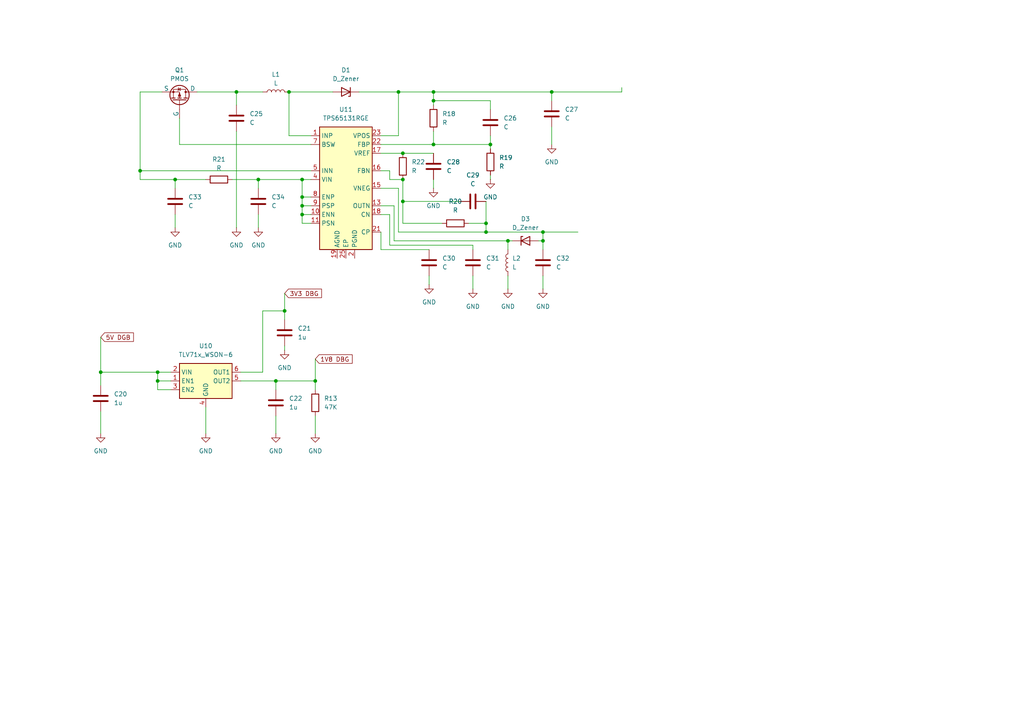
<source format=kicad_sch>
(kicad_sch (version 20250114) (generator "eeschema") (generator_version "9.0")
  (paper "A4")
  (lib_symbols
    (symbol "Device:C" (pin_numbers (hide yes)) (pin_names (offset 0.254))
      (property "Reference" "C" (at 0.635 2.54 0))
      (property "Value" "C" (at 0.635 -2.54 0))
      (symbol "C_0_1"
        (polyline (pts (xy -2.032 0.762) (xy 2.032 0.762)) (stroke (width 0.508)))
        (polyline (pts (xy -2.032 -0.762) (xy 2.032 -0.762)) (stroke (width 0.508)))
      )
      (symbol "C_1_1"
        (pin passive line (at 0 3.81 270) (length 2.794) (name "~") (number "1"))
        (pin passive line (at 0 -3.81 90) (length 2.794) (name "~") (number "2"))
      )
    )
    (symbol "Device:D_Zener" (pin_numbers (hide yes)) (pin_names (offset 1.016) (hide yes))
      (property "Reference" "D" (at 0 2.54 0))
      (property "Value" "D_Zener" (at 0 -2.54 0))
      (symbol "D_Zener_0_1"
        (polyline (pts (xy -1.27 -1.27) (xy -1.27 1.27) (xy -0.762 1.27)) (stroke (width 0.254)))
        (polyline (pts (xy 1.27 0) (xy -1.27 0)))
        (polyline (pts (xy 1.27 -1.27) (xy 1.27 1.27) (xy -1.27 0) (xy 1.27 -1.27)) (stroke (width 0.254)))
      )
      (symbol "D_Zener_1_1"
        (pin passive line (at -3.81 0 0) (length 2.54) (name "K") (number "1"))
        (pin passive line (at 3.81 0 180) (length 2.54) (name "A") (number "2"))
      )
    )
    (symbol "Device:L" (pin_numbers (hide yes)) (pin_names (offset 1.016) (hide yes))
      (property "Reference" "L" (at -1.27 0 90))
      (property "Value" "L" (at 1.905 0 90))
      (symbol "L_0_1"
        (arc (start 0 2.54) (mid 0.6323 1.905) (end 0 1.27))
        (arc (start 0 1.27) (mid 0.6323 0.635) (end 0 0))
        (arc (start 0 0) (mid 0.6323 -0.635) (end 0 -1.27))
        (arc (start 0 -1.27) (mid 0.6323 -1.905) (end 0 -2.54))
      )
      (symbol "L_1_1"
        (pin passive line (at 0 3.81 270) (length 1.27) (name "1") (number "1"))
        (pin passive line (at 0 -3.81 90) (length 1.27) (name "2") (number "2"))
      )
    )
    (symbol "Device:R" (pin_numbers (hide yes)) (pin_names (offset 0))
      (property "Reference" "R" (at 2.032 0 90))
      (property "Value" "R" (at 0 0 90))
      (symbol "R_0_1"
        (rectangle (start -1.016 -2.54) (end 1.016 2.54) (stroke (width 0.254)))
      )
      (symbol "R_1_1"
        (pin passive line (at 0 3.81 270) (length 1.27) (name "~") (number "1"))
        (pin passive line (at 0 -3.81 90) (length 1.27) (name "~") (number "2"))
      )
    )
    (symbol "Regulator_Linear:TLV71x_WSON-6"
      (property "Reference" "U" (at -7.62 10.16 0))
      (property "Value" "TLV71x_WSON-6" (at -7.62 7.62 0))
      (symbol "TLV71x_WSON-6_1_1"
        (rectangle (start -7.62 5.08) (end 7.62 -5.08) (stroke (width 0.254)) (fill (type background)))
        (pin power_in line (at -10.16 2.54 0) (length 2.54) (name "VIN") (number "2"))
        (pin input line (at -10.16 0 0) (length 2.54) (name "EN1") (number "1"))
        (pin input line (at -10.16 -2.54 0) (length 2.54) (name "EN2") (number "3"))
        (pin power_in line (at 0 -7.62 90) (length 2.54) (name "GND") (number "4"))
        (pin power_out line (at 10.16 2.54 180) (length 2.54) (name "OUT1") (number "6"))
        (pin power_out line (at 10.16 0 180) (length 2.54) (name "OUT2") (number "5"))
      )
    )
    (symbol "Regulator_Switching:TPS65131RGE"
      (property "Reference" "U" (at -6.858 21.082 0))
      (property "Value" "TPS65131RGE" (at -1.016 19.05 0))
      (symbol "TPS65131RGE_0_1"
        (rectangle (start -7.62 17.78) (end 7.62 -17.78) (stroke (width 0.254)) (fill (type background)))
      )
      (symbol "TPS65131RGE_1_1"
        (pin input line (at -10.16 15.24 0) (length 2.54) (name "INP") (number "1"))
        (pin input line (at -10.16 15.24 0) (length 2.54) (hide yes) (name "INP") (number "24"))
        (pin output line (at -10.16 12.7 0) (length 2.54) (name "BSW") (number "7"))
        (pin input line (at -10.16 5.08 0) (length 2.54) (name "INN") (number "5"))
        (pin input line (at -10.16 5.08 0) (length 2.54) (hide yes) (name "INN") (number "6"))
        (pin power_in line (at -10.16 2.54 0) (length 2.54) (name "VIN") (number "4"))
        (pin input line (at -10.16 -2.54 0) (length 2.54) (name "ENP") (number "8"))
        (pin input line (at -10.16 -5.08 0) (length 2.54) (name "PSP") (number "9"))
        (pin input line (at -10.16 -7.62 0) (length 2.54) (name "ENN") (number "10"))
        (pin input line (at -10.16 -10.16 0) (length 2.54) (name "PSN") (number "11"))
        (pin no_connect line (at -7.62 10.16 0) (length 2.54) (hide yes) (name "NC") (number "20"))
        (pin no_connect line (at -7.62 7.62 0) (length 2.54) (hide yes) (name "NC") (number "12"))
        (pin power_in line (at -2.54 -20.32 90) (length 2.54) (name "AGND") (number "19"))
        (pin passive line (at 0 -20.32 90) (length 2.54) (name "EP") (number "25"))
        (pin power_in line (at 2.54 -20.32 90) (length 2.54) (name "PGND") (number "2"))
        (pin passive line (at 2.54 -20.32 90) (length 2.54) (hide yes) (name "PGND") (number "3"))
        (pin input line (at 10.16 15.24 180) (length 2.54) (name "VPOS") (number "23"))
        (pin input line (at 10.16 12.7 180) (length 2.54) (name "FBP") (number "22"))
        (pin output line (at 10.16 10.16 180) (length 2.54) (name "VREF") (number "17"))
        (pin input line (at 10.16 5.08 180) (length 2.54) (name "FBN") (number "16"))
        (pin input line (at 10.16 0 180) (length 2.54) (name "VNEG") (number "15"))
        (pin output line (at 10.16 -5.08 180) (length 2.54) (name "OUTN") (number "13"))
        (pin passive line (at 10.16 -5.08 180) (length 2.54) (hide yes) (name "OUTN") (number "14"))
        (pin passive line (at 10.16 -7.62 180) (length 2.54) (name "CN") (number "18"))
        (pin passive line (at 10.16 -12.7 180) (length 2.54) (name "CP") (number "21"))
      )
    )
    (symbol "Simulation_SPICE:PMOS" (pin_numbers (hide yes)) (pin_names (offset 0))
      (property "Reference" "Q" (at 5.08 1.27 0))
      (property "Value" "PMOS" (at 5.08 -1.27 0))
      (symbol "PMOS_0_1"
        (polyline (pts (xy 0.254 1.905) (xy 0.254 -1.905)) (stroke (width 0.254)))
        (polyline (pts (xy 0.254 0) (xy -2.54 0)))
        (polyline (pts (xy 0.762 2.286) (xy 0.762 1.27)) (stroke (width 0.254)))
        (polyline (pts (xy 0.762 1.778) (xy 3.302 1.778) (xy 3.302 -1.778) (xy 0.762 -1.778)))
        (polyline (pts (xy 0.762 0.508) (xy 0.762 -0.508)) (stroke (width 0.254)))
        (polyline (pts (xy 0.762 -1.27) (xy 0.762 -2.286)) (stroke (width 0.254)))
        (circle (center 1.651 0) (radius 2.794) (stroke (width 0.254)))
        (polyline (pts (xy 2.286 0) (xy 1.27 0.381) (xy 1.27 -0.381) (xy 2.286 0)) (fill (type outline)))
        (polyline (pts (xy 2.54 2.54) (xy 2.54 1.778)))
        (circle (center 2.54 1.778) (radius 0.254) (fill (type outline)))
        (circle (center 2.54 -1.778) (radius 0.254) (fill (type outline)))
        (polyline (pts (xy 2.54 -2.54) (xy 2.54 0) (xy 0.762 0)))
        (polyline (pts (xy 2.794 -0.508) (xy 2.921 -0.381) (xy 3.683 -0.381) (xy 3.81 -0.254)))
        (polyline (pts (xy 3.302 -0.381) (xy 2.921 0.254) (xy 3.683 0.254) (xy 3.302 -0.381)))
      )
      (symbol "PMOS_1_1"
        (pin input line (at -5.08 0 0) (length 2.54) (name "G") (number "2"))
        (pin passive line (at 2.54 5.08 270) (length 2.54) (name "D") (number "1"))
        (pin passive line (at 2.54 -5.08 90) (length 2.54) (name "S") (number "3"))
      )
    )
    (symbol "power:GND" (power) (pin_numbers (hide yes)) (pin_names (offset 0) (hide yes))
      (property "Value" "GND" (at 0 -3.81 0))
      (symbol "GND_0_1"
        (polyline (pts (xy 0 0) (xy 0 -1.27) (xy 1.27 -1.27) (xy 0 -2.54) (xy -1.27 -1.27) (xy 0 -1.27)))
      )
      (symbol "GND_1_1"
        (pin power_in line (at 0 0 270) (length 0) (name "~") (number "1"))
      )
    )
  )
  (junction (at 82.55 90.17))
  (junction (at 125.73 29.21))
  (junction (at 87.63 52.07))
  (junction (at 157.48 69.85))
  (junction (at 91.44 110.49))
  (junction (at 147.32 69.85))
  (junction (at 83.82 26.67))
  (junction (at 45.72 110.49))
  (junction (at 45.72 107.95))
  (junction (at 87.63 57.15))
  (junction (at 87.63 59.69))
  (junction (at 87.63 62.23))
  (junction (at 68.58 26.67))
  (junction (at 74.93 52.07))
  (junction (at 140.97 67.31))
  (junction (at 116.84 44.45))
  (junction (at 125.73 26.67))
  (junction (at 29.21 107.95))
  (junction (at 160.02 26.67))
  (junction (at 116.84 52.07))
  (junction (at 157.48 67.31))
  (junction (at 115.57 26.67))
  (junction (at 50.8 52.07))
  (junction (at 140.97 64.77))
  (junction (at 125.73 41.91))
  (junction (at 116.84 58.42))
  (junction (at 142.24 41.91))
  (junction (at 80.01 110.49))
  (junction (at 40.64 49.53))
  (wire (pts (xy 140.97 67.31) (xy 157.48 67.31)))
  (wire (pts (xy 135.89 64.77) (xy 140.97 64.77)))
  (wire (pts (xy 87.63 59.69) (xy 87.63 62.23)))
  (wire (pts (xy 80.01 110.49) (xy 80.01 113.03)))
  (wire (pts (xy 137.16 71.12) (xy 137.16 72.39)))
  (wire (pts (xy 68.58 38.1) (xy 68.58 66.04)))
  (wire (pts (xy 74.93 52.07) (xy 87.63 52.07)))
  (wire (pts (xy 29.21 119.38) (xy 29.21 125.73)))
  (wire (pts (xy 52.07 41.91) (xy 90.17 41.91)))
  (wire (pts (xy 142.24 41.91) (xy 142.24 43.18)))
  (wire (pts (xy 125.73 52.07) (xy 125.73 54.61)))
  (wire (pts (xy 87.63 52.07) (xy 87.63 57.15)))
  (wire (pts (xy 91.44 110.49) (xy 80.01 110.49)))
  (wire (pts (xy 104.14 26.67) (xy 115.57 26.67)))
  (wire (pts (xy 113.03 71.12) (xy 137.16 71.12)))
  (wire (pts (xy 125.73 29.21) (xy 142.24 29.21)))
  (wire (pts (xy 87.63 59.69) (xy 90.17 59.69)))
  (wire (pts (xy 69.85 110.49) (xy 80.01 110.49)))
  (wire (pts (xy 148.59 69.85) (xy 147.32 69.85)))
  (wire (pts (xy 157.48 67.31) (xy 157.48 69.85)))
  (wire (pts (xy 87.63 62.23) (xy 90.17 62.23)))
  (wire (pts (xy 45.72 113.03) (xy 45.72 110.49)))
  (wire (pts (xy 76.2 107.95) (xy 76.2 90.17)))
  (wire (pts (xy 46.99 26.67) (xy 40.64 26.67)))
  (wire (pts (xy 156.21 69.85) (xy 157.48 69.85)))
  (wire (pts (xy 115.57 54.61) (xy 115.57 67.31)))
  (wire (pts (xy 142.24 41.91) (xy 142.24 39.37)))
  (wire (pts (xy 110.49 41.91) (xy 125.73 41.91)))
  (wire (pts (xy 140.97 58.42) (xy 140.97 64.77)))
  (wire (pts (xy 116.84 52.07) (xy 116.84 58.42)))
  (wire (pts (xy 110.49 62.23) (xy 113.03 62.23)))
  (wire (pts (xy 45.72 107.95) (xy 49.53 107.95)))
  (wire (pts (xy 69.85 107.95) (xy 76.2 107.95)))
  (wire (pts (xy 125.73 26.67) (xy 125.73 29.21)))
  (wire (pts (xy 45.72 110.49) (xy 45.72 107.95)))
  (wire (pts (xy 125.73 26.67) (xy 160.02 26.67)))
  (wire (pts (xy 49.53 113.03) (xy 45.72 113.03)))
  (wire (pts (xy 91.44 113.03) (xy 91.44 110.49)))
  (wire (pts (xy 87.63 57.15) (xy 87.63 59.69)))
  (wire (pts (xy 50.8 52.07) (xy 59.69 52.07)))
  (wire (pts (xy 49.53 110.49) (xy 45.72 110.49)))
  (wire (pts (xy 125.73 38.1) (xy 125.73 41.91)))
  (wire (pts (xy 83.82 26.67) (xy 83.82 39.37)))
  (wire (pts (xy 110.49 39.37) (xy 115.57 39.37)))
  (wire (pts (xy 124.46 80.01) (xy 124.46 82.55)))
  (wire (pts (xy 125.73 29.21) (xy 125.73 30.48)))
  (wire (pts (xy 114.3 69.85) (xy 114.3 59.69)))
  (wire (pts (xy 50.8 54.61) (xy 50.8 52.07)))
  (wire (pts (xy 128.27 64.77) (xy 116.84 64.77)))
  (wire (pts (xy 116.84 58.42) (xy 133.35 58.42)))
  (wire (pts (xy 83.82 39.37) (xy 90.17 39.37)))
  (wire (pts (xy 40.64 49.53) (xy 40.64 52.07)))
  (wire (pts (xy 87.63 57.15) (xy 90.17 57.15)))
  (wire (pts (xy 114.3 59.69) (xy 110.49 59.69)))
  (wire (pts (xy 29.21 111.76) (xy 29.21 107.95)))
  (wire (pts (xy 157.48 80.01) (xy 157.48 83.82)))
  (wire (pts (xy 76.2 90.17) (xy 82.55 90.17)))
  (wire (pts (xy 80.01 120.65) (xy 80.01 125.73)))
  (wire (pts (xy 142.24 29.21) (xy 142.24 31.75)))
  (wire (pts (xy 147.32 69.85) (xy 114.3 69.85)))
  (wire (pts (xy 116.84 64.77) (xy 116.84 58.42)))
  (wire (pts (xy 82.55 90.17) (xy 82.55 92.71)))
  (wire (pts (xy 115.57 67.31) (xy 140.97 67.31)))
  (wire (pts (xy 110.49 67.31) (xy 110.49 72.39)))
  (wire (pts (xy 91.44 104.14) (xy 91.44 110.49)))
  (wire (pts (xy 147.32 69.85) (xy 147.32 72.39)))
  (wire (pts (xy 40.64 52.07) (xy 50.8 52.07)))
  (wire (pts (xy 142.24 50.8) (xy 142.24 52.07)))
  (wire (pts (xy 40.64 49.53) (xy 90.17 49.53)))
  (wire (pts (xy 137.16 80.01) (xy 137.16 83.82)))
  (wire (pts (xy 110.49 72.39) (xy 124.46 72.39)))
  (wire (pts (xy 67.31 52.07) (xy 74.93 52.07)))
  (wire (pts (xy 68.58 30.48) (xy 68.58 26.67)))
  (wire (pts (xy 125.73 44.45) (xy 116.84 44.45)))
  (wire (pts (xy 68.58 26.67) (xy 76.2 26.67)))
  (wire (pts (xy 140.97 64.77) (xy 140.97 67.31)))
  (wire (pts (xy 91.44 120.65) (xy 91.44 125.73)))
  (wire (pts (xy 110.49 54.61) (xy 115.57 54.61)))
  (wire (pts (xy 160.02 26.67) (xy 160.02 29.21)))
  (wire (pts (xy 87.63 62.23) (xy 87.63 64.77)))
  (wire (pts (xy 87.63 52.07) (xy 90.17 52.07)))
  (wire (pts (xy 57.15 26.67) (xy 68.58 26.67)))
  (wire (pts (xy 157.48 67.31) (xy 167.64 67.31)))
  (wire (pts (xy 74.93 54.61) (xy 74.93 52.07)))
  (wire (pts (xy 82.55 100.33) (xy 82.55 101.6)))
  (wire (pts (xy 116.84 44.45) (xy 110.49 44.45)))
  (wire (pts (xy 147.32 80.01) (xy 147.32 83.82)))
  (wire (pts (xy 29.21 107.95) (xy 45.72 107.95)))
  (wire (pts (xy 180.34 25.4) (xy 180.34 26.67)))
  (wire (pts (xy 29.21 97.79) (xy 29.21 107.95)))
  (wire (pts (xy 87.63 64.77) (xy 90.17 64.77)))
  (wire (pts (xy 52.07 34.29) (xy 52.07 41.91)))
  (wire (pts (xy 125.73 41.91) (xy 142.24 41.91)))
  (wire (pts (xy 115.57 39.37) (xy 115.57 26.67)))
  (wire (pts (xy 115.57 26.67) (xy 125.73 26.67)))
  (wire (pts (xy 157.48 69.85) (xy 157.48 72.39)))
  (wire (pts (xy 160.02 36.83) (xy 160.02 41.91)))
  (wire (pts (xy 82.55 85.09) (xy 82.55 90.17)))
  (wire (pts (xy 113.03 49.53) (xy 110.49 49.53)))
  (wire (pts (xy 160.02 26.67) (xy 180.34 26.67)))
  (wire (pts (xy 74.93 62.23) (xy 74.93 66.04)))
  (wire (pts (xy 50.8 62.23) (xy 50.8 66.04)))
  (wire (pts (xy 113.03 52.07) (xy 113.03 49.53)))
  (wire (pts (xy 116.84 52.07) (xy 113.03 52.07)))
  (wire (pts (xy 40.64 26.67) (xy 40.64 49.53)))
  (wire (pts (xy 59.69 118.11) (xy 59.69 125.73)))
  (wire (pts (xy 83.82 26.67) (xy 96.52 26.67)))
  (wire (pts (xy 113.03 62.23) (xy 113.03 71.12)))
  (global_label "5V DGB" (shape input) (at 29.21 97.79 0) (property "Intersheetrefs" "${INTERSHEET_REFS}" (effects (hide yes))))
  (global_label "1V8 DBG" (shape input) (at 91.44 104.14 0) (property "Intersheetrefs" "${INTERSHEET_REFS}" (effects (hide yes))))
  (global_label "3V3 DBG" (shape input) (at 82.55 85.09 0) (property "Intersheetrefs" "${INTERSHEET_REFS}" (effects (hide yes))))
  (symbol (lib_id "Simulation_SPICE:PMOS") (at 52.07 29.21 270) (mirror x) (unit 1)
    (property "Reference" "Q1" (at 52.07 20.32 90))
    (property "Value" "PMOS" (at 52.07 22.86 90))
    (property "Datasheet" "https://ngspice.sourceforge.io/docs/ngspice-html-manual/manual.xhtml#cha_MOSFETs" (effects (hide yes)))
    (property "Description" "P-MOSFET transistor, drain/source/gate" (effects (hide yes)))
    (property "Sim.Device" "PMOS" (effects (hide yes)))
    (property "Sim.Type" "VDMOS" (effects (hide yes)))
    (property "Sim.Pins" "1=D 2=G 3=S" (effects (hide yes)))
  )
  (symbol (lib_id "Device:C") (at 142.24 35.56 0) (unit 1)
    (property "Reference" "C26" (at 146.05 34.2899 0) (effects (justify left)))
    (property "Value" "C" (at 146.05 36.8299 0) (effects (justify left)))
    (property "Description" "Unpolarized capacitor" (effects (hide yes)))
  )
  (symbol (lib_id "power:GND") (at 157.48 83.82 0) (unit 1)
    (property "Reference" "#PWR038" (effects (hide yes)))
    (property "Value" "GND" (at 157.48 88.9 0))
    (property "Description" "Power symbol creates a global label with name \"GND\" , ground" (effects (hide yes)))
  )
  (symbol (lib_id "Device:C") (at 82.55 96.52 0) (unit 1)
    (property "Reference" "C21" (at 86.36 95.2499 0) (effects (justify left)))
    (property "Value" "1u" (at 86.36 97.7899 0) (effects (justify left)))
    (property "Description" "Unpolarized capacitor" (effects (hide yes)))
  )
  (symbol (lib_id "power:GND") (at 142.24 52.07 0) (unit 1)
    (property "Reference" "#PWR034" (effects (hide yes)))
    (property "Value" "GND" (at 142.24 57.15 0))
    (property "Description" "Power symbol creates a global label with name \"GND\" , ground" (effects (hide yes)))
  )
  (symbol (lib_id "power:GND") (at 59.69 125.73 0) (unit 1)
    (property "Reference" "#PWR024" (effects (hide yes)))
    (property "Value" "GND" (at 59.69 130.81 0))
    (property "Description" "Power symbol creates a global label with name \"GND\" , ground" (effects (hide yes)))
  )
  (symbol (lib_id "power:GND") (at 137.16 83.82 0) (unit 1)
    (property "Reference" "#PWR036" (effects (hide yes)))
    (property "Value" "GND" (at 137.16 88.9 0))
    (property "Description" "Power symbol creates a global label with name \"GND\" , ground" (effects (hide yes)))
  )
  (symbol (lib_id "Device:C") (at 137.16 76.2 180) (unit 1)
    (property "Reference" "C31" (at 140.97 74.9299 0) (effects (justify right)))
    (property "Value" "C" (at 140.97 77.4699 0) (effects (justify right)))
    (property "Description" "Unpolarized capacitor" (effects (hide yes)))
  )
  (symbol (lib_id "power:GND") (at 82.55 101.6 0) (unit 1)
    (property "Reference" "#PWR021" (effects (hide yes)))
    (property "Value" "GND" (at 82.55 106.68 0))
    (property "Description" "Power symbol creates a global label with name \"GND\" , ground" (effects (hide yes)))
  )
  (symbol (lib_id "Device:R") (at 132.08 64.77 90) (unit 1)
    (property "Reference" "R20" (at 132.08 58.42 90))
    (property "Value" "R" (at 132.08 60.96 90))
    (property "Description" "Resistor" (effects (hide yes)))
  )
  (symbol (lib_id "Device:R") (at 91.44 116.84 0) (unit 1)
    (property "Reference" "R13" (at 93.98 115.5699 0) (effects (justify left)))
    (property "Value" "47K" (at 93.98 118.1099 0) (effects (justify left)))
    (property "Description" "Resistor" (effects (hide yes)))
  )
  (symbol (lib_id "Device:R") (at 125.73 34.29 0) (unit 1)
    (property "Reference" "R18" (at 128.27 33.0199 0) (effects (justify left)))
    (property "Value" "R" (at 128.27 35.5599 0) (effects (justify left)))
    (property "Description" "Resistor" (effects (hide yes)))
  )
  (symbol (lib_id "Device:R") (at 116.84 48.26 0) (unit 1)
    (property "Reference" "R22" (at 119.38 46.9899 0) (effects (justify left)))
    (property "Value" "R" (at 119.38 49.5299 0) (effects (justify left)))
    (property "Description" "Resistor" (effects (hide yes)))
  )
  (symbol (lib_id "power:GND") (at 147.32 83.82 0) (unit 1)
    (property "Reference" "#PWR037" (effects (hide yes)))
    (property "Value" "GND" (at 147.32 88.9 0))
    (property "Description" "Power symbol creates a global label with name \"GND\" , ground" (effects (hide yes)))
  )
  (symbol (lib_id "power:GND") (at 74.93 66.04 0) (unit 1)
    (property "Reference" "#PWR032" (effects (hide yes)))
    (property "Value" "GND" (at 74.93 71.12 0))
    (property "Description" "Power symbol creates a global label with name \"GND\" , ground" (effects (hide yes)))
  )
  (symbol (lib_id "power:GND") (at 80.01 125.73 0) (unit 1)
    (property "Reference" "#PWR022" (effects (hide yes)))
    (property "Value" "GND" (at 80.01 130.81 0))
    (property "Description" "Power symbol creates a global label with name \"GND\" , ground" (effects (hide yes)))
  )
  (symbol (lib_id "Device:R") (at 63.5 52.07 90) (unit 1)
    (property "Reference" "R21" (at 63.5 46.2232 90))
    (property "Value" "R" (at 63.5 48.7632 90))
    (property "Description" "Resistor" (effects (hide yes)))
  )
  (symbol (lib_id "Device:C") (at 50.8 58.42 0) (unit 1)
    (property "Reference" "C33" (at 54.61 57.1499 0) (effects (justify left)))
    (property "Value" "C" (at 54.61 59.6899 0) (effects (justify left)))
    (property "Description" "Unpolarized capacitor" (effects (hide yes)))
  )
  (symbol (lib_id "Regulator_Switching:TPS65131RGE") (at 100.33 54.61 0) (unit 1)
    (property "Reference" "U11" (at 100.33 31.75 0))
    (property "Value" "TPS65131RGE" (at 100.33 34.29 0))
    (property "Footprint" "Package_DFN_QFN:VQFN-24-1EP_4x4mm_P0.5mm_EP2.45x2.45mm_ThermalVias" (effects (hide yes)))
    (property "Datasheet" "http://www.ti.com/lit/ds/symlink/tps65130.pdf" (effects (hide yes)))
    (property "Description" "Split-Rail Converter with Dual, Positive and Negative Outputs (750mA typ, Switch Current Limit 1950mA typ),), 2.7-5.5V, VQFN-24" (effects (hide yes)))
  )
  (symbol (lib_id "Device:R") (at 142.24 46.99 0) (unit 1)
    (property "Reference" "R19" (at 144.78 45.7199 0) (effects (justify left)))
    (property "Value" "R" (at 144.78 48.2599 0) (effects (justify left)))
    (property "Description" "Resistor" (effects (hide yes)))
  )
  (symbol (lib_id "Device:C") (at 137.16 58.42 90) (unit 1)
    (property "Reference" "C29" (at 137.16 50.8 90))
    (property "Value" "C" (at 137.16 53.34 90))
    (property "Description" "Unpolarized capacitor" (effects (hide yes)))
  )
  (symbol (lib_id "Device:C") (at 74.93 58.42 0) (unit 1)
    (property "Reference" "C34" (at 78.74 57.1499 0) (effects (justify left)))
    (property "Value" "C" (at 78.74 59.6899 0) (effects (justify left)))
    (property "Description" "Unpolarized capacitor" (effects (hide yes)))
  )
  (symbol (lib_id "power:GND") (at 124.46 82.55 0) (unit 1)
    (property "Reference" "#PWR035" (effects (hide yes)))
    (property "Value" "GND" (at 124.46 87.63 0))
    (property "Description" "Power symbol creates a global label with name \"GND\" , ground" (effects (hide yes)))
  )
  (symbol (lib_id "power:GND") (at 29.21 125.73 0) (unit 1)
    (property "Reference" "#PWR019" (effects (hide yes)))
    (property "Value" "GND" (at 29.21 130.81 0))
    (property "Description" "Power symbol creates a global label with name \"GND\" , ground" (effects (hide yes)))
  )
  (symbol (lib_id "Device:D_Zener") (at 152.4 69.85 0) (unit 1)
    (property "Reference" "D3" (at 152.4 63.5 0))
    (property "Value" "D_Zener" (at 152.4 66.04 0))
    (property "Description" "Zener diode" (effects (hide yes)))
  )
  (symbol (lib_id "power:GND") (at 160.02 41.91 0) (unit 1)
    (property "Reference" "#PWR039" (effects (hide yes)))
    (property "Value" "GND" (at 160.02 46.99 0))
    (property "Description" "Power symbol creates a global label with name \"GND\" , ground" (effects (hide yes)))
  )
  (symbol (lib_id "Device:C") (at 125.73 48.26 0) (unit 1)
    (property "Reference" "C28" (at 129.54 46.9899 0) (effects (justify left)))
    (property "Value" "C" (at 129.54 49.5299 0) (effects (justify left)))
    (property "Description" "Unpolarized capacitor" (effects (hide yes)))
  )
  (symbol (lib_id "Device:C") (at 124.46 76.2 180) (unit 1)
    (property "Reference" "C30" (at 128.27 74.9299 0) (effects (justify right)))
    (property "Value" "C" (at 128.27 77.4699 0) (effects (justify right)))
    (property "Description" "Unpolarized capacitor" (effects (hide yes)))
  )
  (symbol (lib_id "power:GND") (at 125.73 54.61 0) (unit 1)
    (property "Reference" "#PWR040" (effects (hide yes)))
    (property "Value" "GND" (at 125.73 59.69 0))
    (property "Description" "Power symbol creates a global label with name \"GND\" , ground" (effects (hide yes)))
  )
  (symbol (lib_id "Device:C") (at 29.21 115.57 0) (unit 1)
    (property "Reference" "C20" (at 33.02 114.2999 0) (effects (justify left)))
    (property "Value" "1u" (at 33.02 116.8399 0) (effects (justify left)))
    (property "Description" "Unpolarized capacitor" (effects (hide yes)))
  )
  (symbol (lib_id "power:GND") (at 91.44 125.73 0) (unit 1)
    (property "Reference" "#PWR023" (effects (hide yes)))
    (property "Value" "GND" (at 91.44 130.81 0))
    (property "Description" "Power symbol creates a global label with name \"GND\" , ground" (effects (hide yes)))
  )
  (symbol (lib_id "Device:C") (at 157.48 76.2 180) (unit 1)
    (property "Reference" "C32" (at 161.29 74.9299 0) (effects (justify right)))
    (property "Value" "C" (at 161.29 77.4699 0) (effects (justify right)))
    (property "Description" "Unpolarized capacitor" (effects (hide yes)))
  )
  (symbol (lib_id "Device:C") (at 80.01 116.84 0) (unit 1)
    (property "Reference" "C22" (at 83.82 115.5699 0) (effects (justify left)))
    (property "Value" "1u" (at 83.82 118.1099 0) (effects (justify left)))
    (property "Description" "Unpolarized capacitor" (effects (hide yes)))
  )
  (symbol (lib_id "Device:C") (at 160.02 33.02 0) (unit 1)
    (property "Reference" "C27" (at 163.83 31.7499 0) (effects (justify left)))
    (property "Value" "C" (at 163.83 34.2899 0) (effects (justify left)))
    (property "Description" "Unpolarized capacitor" (effects (hide yes)))
  )
  (symbol (lib_id "Device:L") (at 80.01 26.67 90) (unit 1)
    (property "Reference" "L1" (at 80.01 21.59 90))
    (property "Value" "L" (at 80.01 24.13 90))
    (property "Description" "Inductor" (effects (hide yes)))
  )
  (symbol (lib_id "Device:C") (at 68.58 34.29 0) (unit 1)
    (property "Reference" "C25" (at 72.39 33.0199 0) (effects (justify left)))
    (property "Value" "C" (at 72.39 35.5599 0) (effects (justify left)))
    (property "Description" "Unpolarized capacitor" (effects (hide yes)))
  )
  (symbol (lib_id "Device:D_Zener") (at 100.33 26.67 180) (unit 1)
    (property "Reference" "D1" (at 100.33 20.32 0))
    (property "Value" "D_Zener" (at 100.33 22.86 0))
    (property "Description" "Zener diode" (effects (hide yes)))
  )
  (symbol (lib_id "power:GND") (at 50.8 66.04 0) (unit 1)
    (property "Reference" "#PWR031" (effects (hide yes)))
    (property "Value" "GND" (at 50.8 71.12 0))
    (property "Description" "Power symbol creates a global label with name \"GND\" , ground" (effects (hide yes)))
  )
  (symbol (lib_id "Device:L") (at 147.32 76.2 180) (unit 1)
    (property "Reference" "L2" (at 148.59 74.9299 0) (effects (justify right)))
    (property "Value" "L" (at 148.59 77.4699 0) (effects (justify right)))
    (property "Description" "Inductor" (effects (hide yes)))
  )
  (symbol (lib_id "Regulator_Linear:TLV71x_WSON-6") (at 59.69 110.49 0) (unit 1)
    (property "Reference" "U10" (at 59.69 100.33 0))
    (property "Value" "TLV71x_WSON-6" (at 59.69 102.87 0))
    (property "Footprint" "Package_SON:WSON-6_1.5x1.5mm_P0.5mm" (effects (hide yes)))
    (property "Datasheet" "https://www.ti.com/lit/ds/symlink/tlv711.pdf" (effects (hide yes)))
    (property "Description" "Dual, 200mA, Low-Iq Low-Dropout Regulator for Portable Devices, SON-6" (effects (hide yes)))
  )
  (symbol (lib_id "power:GND") (at 68.58 66.04 0) (unit 1)
    (property "Reference" "#PWR033" (effects (hide yes)))
    (property "Value" "GND" (at 68.58 71.12 0))
    (property "Description" "Power symbol creates a global label with name \"GND\" , ground" (effects (hide yes)))
  )
)
</source>
